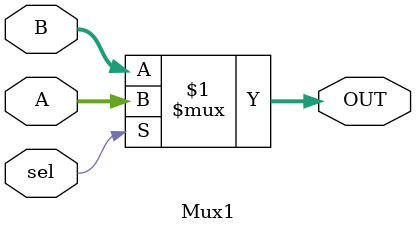
<source format=v>
`timescale 1ns / 1ps
module Mux1(
		input [15:0] A,
		input [15:0] B,
		input sel,
		output [15:0] OUT
    );
	 
	 assign OUT = (sel) ? A: B;
	 
endmodule

</source>
